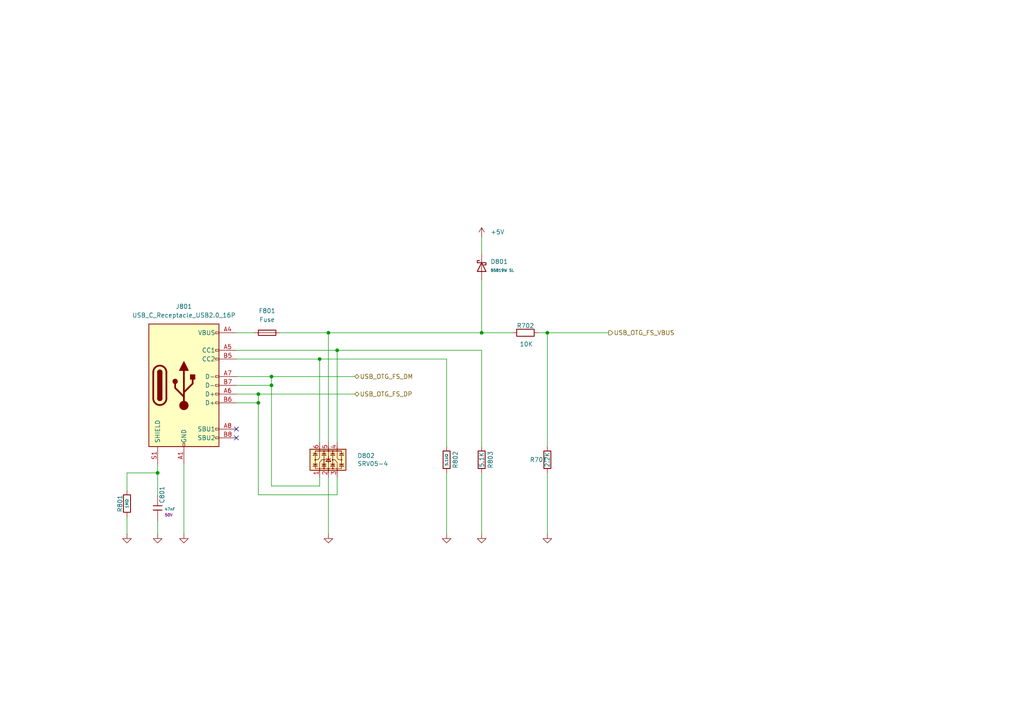
<source format=kicad_sch>
(kicad_sch (version 20250114) (generator "eeschema") (generator_version "9.0")
  (paper "A4")
  (title_block (title "l8"))
  (lib_symbols
    (symbol "Device:R" (pin_numbers (hide yes)) (pin_names (offset 0))
      (property "Reference" "R" (at 2.032 0 90))
      (property "Value" "R" (at 0 0 90))
      (symbol "R_0_1"
        (rectangle (start -1.016 -2.54) (end 1.016 2.54) (stroke (width 0.254)))
      )
      (symbol "R_1_1"
        (pin passive line (at 0 3.81 270) (length 1.27) (name "~") (number "1"))
        (pin passive line (at 0 -3.81 90) (length 1.27) (name "~") (number "2"))
      )
    )
    (symbol "PCM_JLCPCB-Capacitors:0603,47nF" (pin_numbers (hide yes)) (pin_names (offset 0))
      (property "Reference" "C" (at 2.032 1.668 0))
      (property "Value" "47nF" (at 2.032 -0.3782 0))
      (property "Voltage Rated" "50V" (at 2.032 -2.0462 0))
      (symbol "0603,47nF_0_1"
        (polyline (pts (xy -1.27 0.635) (xy 1.27 0.635)) (stroke (width 0.254)))
        (polyline (pts (xy -1.27 -0.635) (xy 1.27 -0.635)) (stroke (width 0.254)))
      )
      (symbol "0603,47nF_1_1"
        (pin passive line (at 0 3.81 270) (length 3.175) (name "~") (number "1"))
        (pin passive line (at 0 -3.81 90) (length 3.175) (name "~") (number "2"))
      )
    )
    (symbol "PCM_JLCPCB-Diodes:Schottky,B5819W SL" (pin_numbers (hide yes)) (pin_names (offset 0))
      (property "Reference" "D" (at 2.032 0.834 0))
      (property "Value" "B5819W SL" (at 2.032 -1.2122 0))
      (symbol "Schottky,B5819W SL_0_1"
        (polyline (pts (xy -1.27 1.27) (xy 0 -1.27) (xy 1.27 1.27) (xy -1.27 1.27)) (stroke (width 0.254)))
        (polyline (pts (xy 0.635 -1.905) (xy 1.27 -1.905) (xy 1.27 -1.27) (xy -1.27 -1.27) (xy -1.27 -0.635) (xy -0.635 -0.635)) (stroke (width 0.254)))
      )
      (symbol "Schottky,B5819W SL_1_1"
        (pin passive line (at 0 3.81 270) (length 3.81) (name "~") (number "2"))
        (pin passive line (at 0 -3.81 90) (length 3.81) (name "~") (number "1"))
      )
    )
    (symbol "PCM_JLCPCB-Resistors:0603,1MΩ" (pin_numbers (hide yes)) (pin_names (offset 0))
      (property "Reference" "R" (at 1.778 0 0))
      (property "Value" "1MΩ" (at 0 0 90))
      (symbol "0603,1MΩ_0_1"
        (rectangle (start -1.016 2.54) (end 1.016 -2.54) (stroke (width 0.254)))
      )
      (symbol "0603,1MΩ_1_1"
        (pin passive line (at 0 3.81 270) (length 1.27) (name "~") (number "1"))
        (pin passive line (at 0 -3.81 90) (length 1.27) (name "~") (number "2"))
      )
    )
    (symbol "PCM_JLCPCB-Resistors:0603,5.1kΩ" (pin_numbers (hide yes)) (pin_names (offset 0))
      (property "Reference" "R" (at 1.778 0 0))
      (property "Value" "5.1kΩ" (at 0 0 90))
      (symbol "0603,5.1kΩ_0_1"
        (rectangle (start -1.016 2.54) (end 1.016 -2.54) (stroke (width 0.254)))
      )
      (symbol "0603,5.1kΩ_1_1"
        (pin passive line (at 0 3.81 270) (length 1.27) (name "~") (number "1"))
        (pin passive line (at 0 -3.81 90) (length 1.27) (name "~") (number "2"))
      )
    )
    (symbol "dnt_global:Fuse_16V_500mA_100A_1A_150mΩ_0805_PTC_Resettable_Fuses_ROHS" (pin_numbers (hide yes)) (pin_names (offset 0))
      (property "Reference" "F1" (at 6.35 0 90))
      (property "Value" "Fuse_16V_500mA_100A_1A_150mΩ_0805_PTC_Resettable_Fuses_ROHS" (at 3.81 0 90))
      (symbol "Fuse_16V_500mA_100A_1A_150mΩ_0805_PTC_Resettable_Fuses_ROHS_0_1"
        (rectangle (start -0.762 -2.54) (end 0.762 2.54) (stroke (width 0.254)))
        (polyline (pts (xy 0 2.54) (xy 0 -2.54)))
      )
      (symbol "Fuse_16V_500mA_100A_1A_150mΩ_0805_PTC_Resettable_Fuses_ROHS_1_1"
        (pin passive line (at 0 3.81 270) (length 1.27) (name "~") (number "1"))
        (pin passive line (at 0 -3.81 90) (length 1.27) (name "~") (number "2"))
      )
    )
    (symbol "dnt_global:NUP4202"
      (property "Reference" "D10" (at 8.382 1.1684 0))
      (property "Value" "SRV05-4" (at 8.382 -1.143 0))
      (symbol "NUP4202_0_1"
        (rectangle (start -5.334 3.048) (end 5.08 -3.048) (stroke (width 0.254)) (fill (type background)))
        (polyline (pts (xy -4.445 1.905) (xy -3.175 1.905)))
        (polyline (pts (xy -4.445 1.27) (xy -3.175 1.27) (xy -3.81 1.905) (xy -4.445 1.27)))
        (polyline (pts (xy -4.445 -1.27) (xy -3.175 -1.27)))
        (polyline (pts (xy -4.445 -1.27) (xy -3.175 -1.27)))
        (polyline (pts (xy -4.445 -1.905) (xy -3.175 -1.905) (xy -3.81 -1.27) (xy -4.445 -1.905)))
        (polyline (pts (xy -3.81 2.54) (xy 3.81 2.54)))
        (polyline (pts (xy -3.81 2.54) (xy 3.81 2.54)))
        (polyline (pts (xy -3.81 0.635) (xy -3.81 2.54)))
        (circle (center -3.81 0) (radius 0.127))
        (circle (center -3.81 0) (radius 0.127))
        (polyline (pts (xy -3.81 -0.635) (xy -3.81 0.635)))
        (polyline (pts (xy -3.81 -2.54) (xy -3.81 -0.635)))
        (polyline (pts (xy -3.81 -2.54) (xy 3.81 -2.54)))
        (polyline (pts (xy -2.54 3.81) (xy -2.54 0.635) (xy -3.048 0) (xy -3.937 0)))
        (polyline (pts (xy -2.54 -3.81) (xy -2.54 -0.762) (xy -1.905 0) (xy -1.27 0)))
        (polyline (pts (xy -1.905 1.905) (xy -0.635 1.905)))
        (polyline (pts (xy -1.905 1.27) (xy -0.635 1.27) (xy -1.27 1.905) (xy -1.905 1.27)))
        (polyline (pts (xy -1.905 -1.27) (xy -0.635 -1.27)))
        (polyline (pts (xy -1.905 -1.27) (xy -0.635 -1.27)))
        (polyline (pts (xy -1.905 -1.905) (xy -0.635 -1.905) (xy -1.27 -1.27) (xy -1.905 -1.905)))
        (circle (center -1.27 2.54) (radius 0.127))
        (circle (center -1.27 2.54) (radius 0.127))
        (polyline (pts (xy -1.27 0.635) (xy -1.27 2.54)))
        (polyline (pts (xy -1.27 0.635) (xy -1.27 -0.635)))
        (circle (center -1.27 0) (radius 0.127))
        (circle (center -1.27 0) (radius 0.127))
        (circle (center -1.27 -2.54) (radius 0.127))
        (circle (center -1.27 -2.54) (radius 0.127))
        (polyline (pts (xy -1.27 -2.54) (xy -1.27 -0.635)))
        (polyline (pts (xy -1.27 -2.54) (xy -1.27 -0.635)))
        (polyline (pts (xy -0.762 -0.508) (xy 0.762 -0.508) (xy 0 0.254) (xy -0.762 -0.508)))
        (polyline (pts (xy -0.762 -0.508) (xy 0.762 -0.508) (xy 0 0.254) (xy -0.762 -0.508)))
        (circle (center 0 2.54) (radius 0.127))
        (circle (center 0 2.54) (radius 0.127))
        (polyline (pts (xy 0 1.016) (xy 0 3.81)))
        (polyline (pts (xy 0 -0.889) (xy 0 1.016)))
        (polyline (pts (xy 0 -0.889) (xy 0 1.016)))
        (polyline (pts (xy 0 -0.889) (xy 0 -3.81)))
        (circle (center 0 -2.54) (radius 0.127))
        (circle (center 0 -2.54) (radius 0.127))
        (polyline (pts (xy 0.635 1.905) (xy 1.905 1.905)))
        (polyline (pts (xy 0.635 1.27) (xy 1.905 1.27) (xy 1.27 1.905) (xy 0.635 1.27)))
        (polyline (pts (xy 0.635 -1.27) (xy 1.905 -1.27)))
        (polyline (pts (xy 0.635 -1.27) (xy 1.905 -1.27)))
        (polyline (pts (xy 0.635 -1.905) (xy 1.905 -1.905) (xy 1.27 -1.27) (xy 0.635 -1.905)))
        (polyline (pts (xy 0.762 0.254) (xy -0.762 0.254) (xy -0.762 0)))
        (circle (center 1.27 2.54) (radius 0.127))
        (circle (center 1.27 2.54) (radius 0.127))
        (polyline (pts (xy 1.27 0.635) (xy 1.27 2.54)))
        (polyline (pts (xy 1.27 0.635) (xy 1.27 -0.635)))
        (circle (center 1.27 0) (radius 0.127))
        (circle (center 1.27 0) (radius 0.127))
        (polyline (pts (xy 1.27 -2.54) (xy 1.27 -0.635)))
        (polyline (pts (xy 1.27 -2.54) (xy 1.27 -0.635)))
        (circle (center 1.27 -2.54) (radius 0.127))
        (circle (center 1.27 -2.54) (radius 0.127))
        (polyline (pts (xy 2.54 3.81) (xy 2.54 0.508) (xy 2.921 0) (xy 3.81 0)))
        (polyline (pts (xy 2.54 -3.81) (xy 2.54 -0.762) (xy 1.905 0) (xy 1.143 0)))
        (polyline (pts (xy 3.175 1.905) (xy 4.445 1.905)))
        (polyline (pts (xy 3.175 1.27) (xy 4.445 1.27) (xy 3.81 1.905) (xy 3.175 1.27)))
        (polyline (pts (xy 3.175 -1.27) (xy 4.445 -1.27)))
        (polyline (pts (xy 3.175 -1.27) (xy 4.445 -1.27)))
        (polyline (pts (xy 3.175 -1.905) (xy 4.445 -1.905) (xy 3.81 -1.27) (xy 3.175 -1.905)))
        (polyline (pts (xy 3.81 0.635) (xy 3.81 2.54)))
        (polyline (pts (xy 3.81 0.635) (xy 3.81 -0.635)))
        (circle (center 3.81 0) (radius 0.127))
        (circle (center 3.81 0) (radius 0.127))
        (polyline (pts (xy 3.81 -2.54) (xy 3.81 -0.635)))
      )
      (symbol "NUP4202_1_1"
        (pin passive line (at -2.54 5.08 270) (length 2.54) (name "~") (number "6"))
        (pin passive line (at -2.54 -5.08 90) (length 2.54) (name "~") (number "1"))
        (pin passive line (at 0 5.08 270) (length 2.54) (name "~") (number "5"))
        (pin passive line (at 0 -5.08 90) (length 2.54) (name "~") (number "2"))
        (pin passive line (at 2.54 5.08 270) (length 2.54) (name "~") (number "4"))
        (pin passive line (at 2.54 -5.08 90) (length 2.54) (name "~") (number "3"))
      )
    )
    (symbol "dnt_global:USB_C_Receptacle_USB2.0_16P-GT-USB-7051A" (pin_names (offset 1.016))
      (property "Reference" "J" (at 0 22.225 0))
      (property "Value" "USB_C_Receptacle_USB2.0_16P-GT-USB-7051A" (at 0 19.685 0))
      (symbol "USB_C_Receptacle_USB2.0_16P-GT-USB-7051A_0_0"
        (rectangle (start -0.254 -17.78) (end 0.254 -16.764))
        (rectangle (start 10.16 15.494) (end 9.144 14.986))
        (rectangle (start 10.16 10.414) (end 9.144 9.906))
        (rectangle (start 10.16 7.874) (end 9.144 7.366))
        (rectangle (start 10.16 2.794) (end 9.144 2.286))
        (rectangle (start 10.16 0.254) (end 9.144 -0.254))
        (rectangle (start 10.16 -2.286) (end 9.144 -2.794))
        (rectangle (start 10.16 -4.826) (end 9.144 -5.334))
        (rectangle (start 10.16 -12.446) (end 9.144 -12.954))
        (rectangle (start 10.16 -14.986) (end 9.144 -15.494))
      )
      (symbol "USB_C_Receptacle_USB2.0_16P-GT-USB-7051A_0_1"
        (rectangle (start -10.16 17.78) (end 10.16 -17.78) (stroke (width 0.254)) (fill (type background)))
        (polyline (pts (xy -8.89 -3.81) (xy -8.89 3.81)) (stroke (width 0.508)))
        (rectangle (start -7.62 -3.81) (end -6.35 3.81) (stroke (width 0.254)) (fill (type outline)))
        (arc (start -7.62 3.81) (mid -6.985 4.4423) (end -6.35 3.81) (stroke (width 0.254)))
        (arc (start -7.62 3.81) (mid -6.985 4.4423) (end -6.35 3.81) (stroke (width 0.254)) (fill (type outline)))
        (arc (start -8.89 3.81) (mid -6.985 5.7067) (end -5.08 3.81) (stroke (width 0.508)))
        (arc (start -5.08 -3.81) (mid -6.985 -5.7067) (end -8.89 -3.81) (stroke (width 0.508)))
        (arc (start -6.35 -3.81) (mid -6.985 -4.4423) (end -7.62 -3.81) (stroke (width 0.254)))
        (arc (start -6.35 -3.81) (mid -6.985 -4.4423) (end -7.62 -3.81) (stroke (width 0.254)) (fill (type outline)))
        (polyline (pts (xy -5.08 3.81) (xy -5.08 -3.81)) (stroke (width 0.508)))
        (circle (center -2.54 1.143) (radius 0.635) (stroke (width 0.254)) (fill (type outline)))
        (polyline (pts (xy -1.27 4.318) (xy 0 6.858) (xy 1.27 4.318) (xy -1.27 4.318)) (stroke (width 0.254)) (fill (type outline)))
        (polyline (pts (xy 0 -2.032) (xy 2.54 0.508) (xy 2.54 1.778)) (stroke (width 0.508)))
        (polyline (pts (xy 0 -3.302) (xy -2.54 -0.762) (xy -2.54 0.508)) (stroke (width 0.508)))
        (polyline (pts (xy 0 -5.842) (xy 0 4.318)) (stroke (width 0.508)))
        (circle (center 0 -5.842) (radius 1.27) (fill (type outline)))
        (rectangle (start 1.905 1.778) (end 3.175 3.048) (stroke (width 0.254)) (fill (type outline)))
      )
      (symbol "USB_C_Receptacle_USB2.0_16P-GT-USB-7051A_1_1"
        (pin passive line (at -7.62 -22.86 90) (length 5.08) (name "SHIELD") (number "S1"))
        (pin passive line (at 0 -22.86 90) (length 5.08) (name "GND") (number "A1"))
        (pin passive line (at 0 -22.86 90) (length 5.08) (hide yes) (name "GND") (number "A12"))
        (pin passive line (at 0 -22.86 90) (length 5.08) (hide yes) (name "GND") (number "B1"))
        (pin passive line (at 0 -22.86 90) (length 5.08) (hide yes) (name "GND") (number "B12"))
        (pin passive line (at 15.24 15.24 180) (length 5.08) (name "VBUS") (number "A4"))
        (pin passive line (at 15.24 15.24 180) (length 5.08) (hide yes) (name "VBUS") (number "A9"))
        (pin passive line (at 15.24 15.24 180) (length 5.08) (hide yes) (name "VBUS") (number "B4"))
        (pin passive line (at 15.24 15.24 180) (length 5.08) (hide yes) (name "VBUS") (number "B9"))
        (pin bidirectional line (at 15.24 10.16 180) (length 5.08) (name "CC1") (number "A5"))
        (pin bidirectional line (at 15.24 7.62 180) (length 5.08) (name "CC2") (number "B5"))
        (pin bidirectional line (at 15.24 2.54 180) (length 5.08) (name "D-") (number "A7"))
        (pin bidirectional line (at 15.24 0 180) (length 5.08) (name "D-") (number "B7"))
        (pin bidirectional line (at 15.24 -2.54 180) (length 5.08) (name "D+") (number "A6"))
        (pin bidirectional line (at 15.24 -5.08 180) (length 5.08) (name "D+") (number "B6"))
        (pin bidirectional line (at 15.24 -12.7 180) (length 5.08) (name "SBU1") (number "A8"))
        (pin bidirectional line (at 15.24 -15.24 180) (length 5.08) (name "SBU2") (number "B8"))
      )
    )
    (symbol "power:+5V" (power) (pin_numbers (hide yes)) (pin_names (offset 0) (hide yes))
      (property "Value" "+5V" (at 0 3.556 0))
      (symbol "+5V_0_1"
        (polyline (pts (xy -0.762 1.27) (xy 0 2.54)))
        (polyline (pts (xy 0 2.54) (xy 0.762 1.27)))
        (polyline (pts (xy 0 0) (xy 0 2.54)))
      )
      (symbol "+5V_1_1"
        (pin power_in line (at 0 0 90) (length 0) (name "~") (number "1"))
      )
    )
    (symbol "power:GND" (power) (pin_numbers (hide yes)) (pin_names (offset 0) (hide yes))
      (property "Value" "GND" (at 0 -3.81 0))
      (symbol "GND_0_1"
        (polyline (pts (xy 0 0) (xy 0 -1.27) (xy 1.27 -1.27) (xy 0 -2.54) (xy -1.27 -1.27) (xy 0 -1.27)))
      )
      (symbol "GND_1_1"
        (pin power_in line (at 0 0 270) (length 0) (name "~") (number "1"))
      )
    )
  )
  (junction (at 74.93 114.3))
  (junction (at 158.75 96.52))
  (junction (at 92.71 104.14))
  (junction (at 97.79 101.6))
  (junction (at 95.25 96.52))
  (junction (at 78.74 111.76))
  (junction (at 74.93 116.84))
  (junction (at 45.72 137.16))
  (junction (at 78.74 109.22))
  (junction (at 139.7 96.52))
  (no_connect (at 68.58 124.46))
  (no_connect (at 68.58 127))
  (wire (pts (xy 156.21 96.52) (xy 158.75 96.52)))
  (wire (pts (xy 74.93 114.3) (xy 74.93 116.84)))
  (wire (pts (xy 68.58 104.14) (xy 92.71 104.14)))
  (wire (pts (xy 95.25 96.52) (xy 95.25 128.27)))
  (wire (pts (xy 36.83 137.16) (xy 36.83 142.24)))
  (wire (pts (xy 97.79 143.51) (xy 74.93 143.51)))
  (wire (pts (xy 68.58 111.76) (xy 78.74 111.76)))
  (wire (pts (xy 74.93 116.84) (xy 74.93 143.51)))
  (wire (pts (xy 53.34 134.62) (xy 53.34 154.94)))
  (wire (pts (xy 97.79 101.6) (xy 97.79 128.27)))
  (wire (pts (xy 139.7 137.16) (xy 139.7 154.94)))
  (wire (pts (xy 92.71 138.43) (xy 92.71 140.97)))
  (wire (pts (xy 45.72 134.62) (xy 45.72 137.16)))
  (wire (pts (xy 74.93 114.3) (xy 102.87 114.3)))
  (wire (pts (xy 92.71 104.14) (xy 129.54 104.14)))
  (wire (pts (xy 68.58 109.22) (xy 78.74 109.22)))
  (wire (pts (xy 139.7 101.6) (xy 139.7 129.54)))
  (wire (pts (xy 139.7 96.52) (xy 148.59 96.52)))
  (wire (pts (xy 129.54 137.16) (xy 129.54 154.94)))
  (wire (pts (xy 139.7 81.28) (xy 139.7 96.52)))
  (wire (pts (xy 78.74 109.22) (xy 78.74 111.76)))
  (wire (pts (xy 139.7 68.58) (xy 139.7 73.66)))
  (wire (pts (xy 129.54 104.14) (xy 129.54 129.54)))
  (wire (pts (xy 45.72 151.13) (xy 45.72 154.94)))
  (wire (pts (xy 97.79 138.43) (xy 97.79 143.51)))
  (wire (pts (xy 92.71 128.27) (xy 92.71 104.14)))
  (wire (pts (xy 45.72 137.16) (xy 45.72 143.51)))
  (wire (pts (xy 78.74 109.22) (xy 102.87 109.22)))
  (wire (pts (xy 158.75 96.52) (xy 176.53 96.52)))
  (wire (pts (xy 36.83 149.86) (xy 36.83 154.94)))
  (wire (pts (xy 92.71 140.97) (xy 78.74 140.97)))
  (wire (pts (xy 68.58 114.3) (xy 74.93 114.3)))
  (wire (pts (xy 36.83 137.16) (xy 45.72 137.16)))
  (wire (pts (xy 68.58 96.52) (xy 73.66 96.52)))
  (wire (pts (xy 68.58 116.84) (xy 74.93 116.84)))
  (wire (pts (xy 95.25 96.52) (xy 139.7 96.52)))
  (wire (pts (xy 78.74 111.76) (xy 78.74 140.97)))
  (wire (pts (xy 95.25 138.43) (xy 95.25 154.94)))
  (wire (pts (xy 158.75 154.94) (xy 158.75 137.16)))
  (wire (pts (xy 68.58 101.6) (xy 97.79 101.6)))
  (wire (pts (xy 158.75 96.52) (xy 158.75 129.54)))
  (wire (pts (xy 81.28 96.52) (xy 95.25 96.52)))
  (wire (pts (xy 97.79 101.6) (xy 139.7 101.6)))
  (hierarchical_label "USB_OTG_FS_DP" (shape bidirectional) (at 102.87 114.3 0))
  (hierarchical_label "USB_OTG_FS_VBUS" (shape output) (at 176.53 96.52 0))
  (hierarchical_label "USB_OTG_FS_DM" (shape bidirectional) (at 102.87 109.22 0))
  (symbol (lib_id "dnt_global:NUP4202") (at 95.25 133.35 0) (unit 1)
    (property "Reference" "D802" (at 103.632 132.1816 0) (effects (justify left)))
    (property "Value" "SRV05-4" (at 103.632 134.493 0) (effects (justify left)))
    (property "Footprint" "Package_TO_SOT_SMD:SOT-23-6" (effects (hide yes)))
    (property "Datasheet" "http://www.onsemi.com/pub_link/Collateral/NUP4202W1-D.PDF" (effects (hide yes)))
    (property "Description" "4.5A@8/20us 12V 60W@8/20us 9V SOT-23-6 TVS Diodes ROHS" (effects (hide yes)))
    (property "LCSC" "C2836319" (effects (hide yes)))
    (property "JLCPCB Rotation Offset" "90" (effects (hide yes)))
  )
  (symbol (lib_id "dnt_global:Fuse_16V_500mA_100A_1A_150mΩ_0805_PTC_Resettable_Fuses_ROHS") (at 77.47 96.52 90) (unit 1)
    (property "Reference" "F801" (at 77.47 90.17 90))
    (property "Value" "Fuse" (at 77.47 92.71 90))
    (property "Footprint" "Fuse:Fuse_0805_2012Metric" (effects (hide yes)))
    (property "Description" "Fuse" (effects (hide yes)))
    (property "LCSC" "C2833485" (effects (hide yes)))
  )
  (symbol (lib_id "power:GND") (at 36.83 154.94 0) (unit 1)
    (property "Reference" "#PWR0801" (effects (hide yes)))
    (property "Value" "GND" (effects (hide yes)))
    (property "Description" "Power symbol creates a global label with name \"GND\" , ground" (effects (hide yes)))
  )
  (symbol (lib_id "Device:R") (at 158.75 133.35 180) (unit 1)
    (property "Reference" "R701" (at 156.21 133.35 0))
    (property "Value" "2.2K" (at 158.75 133.35 90))
    (property "Footprint" "Resistor_SMD:R_0603_1608Metric" (effects (hide yes)))
    (property "Description" "Resistor" (effects (hide yes)))
    (property "LCSC" "C4190" (effects (hide yes)))
  )
  (symbol (lib_id "power:GND") (at 158.75 154.94 0) (unit 1)
    (property "Reference" "#PWR0808" (effects (hide yes)))
    (property "Value" "GND" (effects (hide yes)))
    (property "Description" "Power symbol creates a global label with name \"GND\" , ground" (effects (hide yes)))
  )
  (symbol (lib_id "power:GND") (at 45.72 154.94 0) (unit 1)
    (property "Reference" "#PWR0802" (effects (hide yes)))
    (property "Value" "GND" (effects (hide yes)))
    (property "Description" "Power symbol creates a global label with name \"GND\" , ground" (effects (hide yes)))
  )
  (symbol (lib_id "PCM_JLCPCB-Resistors:0603,1MΩ") (at 36.83 146.05 0) (mirror y) (unit 1)
    (property "Reference" "R801" (at 34.798 146.05 90))
    (property "Value" "1MΩ" (at 36.83 146.05 90) (effects (font (size 0.8 0.8))))
    (property "Footprint" "PCM_JLCPCB:R_0603" (effects (hide yes)))
    (property "Datasheet" "https://www.lcsc.com/datasheet/lcsc_datasheet_2206010130_UNI-ROYAL-Uniroyal-Elec-0603WAF1004T5E_C22935.pdf" (effects (hide yes)))
    (property "Description" "100mW Thick Film Resistors 75V ±100ppm/°C ±1% 1MΩ 0603 Chip Resistor - Surface Mount ROHS" (effects (hide yes)))
    (property "LCSC" "C22935" (effects (hide yes)))
    (property "Stock" "3961571" (effects (hide yes)))
    (property "Price" "0.004USD" (effects (hide yes)))
    (property "Process" "SMT" (effects (hide yes)))
    (property "Minimum Qty" "20" (effects (hide yes)))
    (property "Attrition Qty" "10" (effects (hide yes)))
    (property "Class" "Basic Component" (effects (hide yes)))
    (property "Category" "Resistors,Chip Resistor - Surface Mount" (effects (hide yes)))
    (property "Manufacturer" "UNI-ROYAL(Uniroyal Elec)" (effects (hide yes)))
    (property "Part" "0603WAF1004T5E" (effects (hide yes)))
    (property "Resistance" "1MΩ" (effects (hide yes)))
    (property "Power(Watts)" "100mW" (effects (hide yes)))
    (property "Type" "Thick Film Resistors" (effects (hide yes)))
    (property "Overload Voltage (Max)" "75V" (effects (hide yes)))
    (property "Operating Temperature Range" "-55°C~+155°C" (effects (hide yes)))
    (property "Tolerance" "±1%" (effects (hide yes)))
    (property "Temperature Coefficient" "±100ppm/°C" (effects (hide yes)))
  )
  (symbol (lib_id "PCM_JLCPCB-Resistors:0603,5.1kΩ") (at 129.54 133.35 0) (mirror x) (unit 1)
    (property "Reference" "R802" (at 132.08 133.35 90))
    (property "Value" "5.1kΩ" (at 129.54 133.35 90) (effects (font (size 0.8 0.8))))
    (property "Footprint" "PCM_JLCPCB:R_0603" (effects (hide yes)))
    (property "Datasheet" "https://www.lcsc.com/datasheet/lcsc_datasheet_2206010116_UNI-ROYAL-Uniroyal-Elec-0603WAF5101T5E_C23186.pdf" (effects (hide yes)))
    (property "Description" "100mW Thick Film Resistors 75V ±100ppm/°C ±1% 5.1kΩ 0603 Chip Resistor - Surface Mount ROHS" (effects (hide yes)))
    (property "LCSC" "C23186" (effects (hide yes)))
    (property "Stock" "9223405" (effects (hide yes)))
    (property "Price" "0.004USD" (effects (hide yes)))
    (property "Process" "SMT" (effects (hide yes)))
    (property "Minimum Qty" "20" (effects (hide yes)))
    (property "Attrition Qty" "10" (effects (hide yes)))
    (property "Class" "Basic Component" (effects (hide yes)))
    (property "Category" "Resistors,Chip Resistor - Surface Mount" (effects (hide yes)))
    (property "Manufacturer" "UNI-ROYAL(Uniroyal Elec)" (effects (hide yes)))
    (property "Part" "0603WAF5101T5E" (effects (hide yes)))
    (property "Resistance" "5.1kΩ" (effects (hide yes)))
    (property "Power(Watts)" "100mW" (effects (hide yes)))
    (property "Type" "Thick Film Resistors" (effects (hide yes)))
    (property "Overload Voltage (Max)" "75V" (effects (hide yes)))
    (property "Operating Temperature Range" "-55°C~+155°C" (effects (hide yes)))
    (property "Tolerance" "±1%" (effects (hide yes)))
    (property "Temperature Coefficient" "±100ppm/°C" (effects (hide yes)))
  )
  (symbol (lib_id "Device:R") (at 152.4 96.52 270) (mirror x) (unit 1)
    (property "Reference" "R702" (at 152.4 94.488 90))
    (property "Value" "10K" (at 152.654 99.822 90))
    (property "Footprint" "Resistor_SMD:R_0603_1608Metric" (effects (hide yes)))
    (property "Description" "Resistor" (effects (hide yes)))
    (property "LCSC" "C25804" (effects (hide yes)))
  )
  (symbol (lib_id "PCM_JLCPCB-Diodes:Schottky,B5819W SL") (at 139.7 77.47 180) (unit 1)
    (property "Reference" "D801" (at 142.24 75.8824 0) (effects (justify right)))
    (property "Value" "B5819W SL" (at 142.24 78.4225 0) (effects (font (size 0.8 0.8)) (justify right)))
    (property "Footprint" "PCM_JLCPCB:D_SOD-123" (effects (hide yes)))
    (property "Datasheet" "https://www.lcsc.com/datasheet/lcsc_datasheet_2304140030_Jiangsu-Changjing-Electronics-Technology-Co---Ltd--B5819W-SL_C8598.pdf" (effects (hide yes)))
    (property "Description" "40V 600mV@1A 1A SOD-123 Schottky Diodes ROHS" (effects (hide yes)))
    (property "LCSC" "C8598" (effects (hide yes)))
    (property "Stock" "668909" (effects (hide yes)))
    (property "Price" "0.024USD" (effects (hide yes)))
    (property "Process" "SMT" (effects (hide yes)))
    (property "Minimum Qty" "20" (effects (hide yes)))
    (property "Attrition Qty" "8" (effects (hide yes)))
    (property "Class" "Basic Component" (effects (hide yes)))
    (property "Category" "Diodes,Schottky Barrier Diodes (SBD)" (effects (hide yes)))
    (property "Manufacturer" "Changjiang Electronics Tech (CJ)" (effects (hide yes)))
    (property "Part" "B5819W SL" (effects (hide yes)))
    (property "Rectified Current" "1A" (effects (hide yes)))
    (property "Forward Voltage (Vf@If)" "600mV@1A" (effects (hide yes)))
    (property "Reverse Voltage (Vr)" "40V" (effects (hide yes)))
  )
  (symbol (lib_id "power:+5V") (at 139.7 68.58 0) (unit 1)
    (property "Reference" "#PWR0804" (effects (hide yes)))
    (property "Value" "+5V" (at 142.24 67.3099 0) (effects (justify left)))
    (property "Description" "Power symbol creates a global label with name \"+5V\"" (effects (hide yes)))
  )
  (symbol (lib_id "power:GND") (at 95.25 154.94 0) (unit 1)
    (property "Reference" "#PWR0805" (effects (hide yes)))
    (property "Value" "GND" (effects (hide yes)))
    (property "Description" "Power symbol creates a global label with name \"GND\" , ground" (effects (hide yes)))
  )
  (symbol (lib_id "Device:R") (at 139.7 133.35 0) (mirror x) (unit 1)
    (property "Reference" "R803" (at 142.24 133.35 90))
    (property "Value" "5.1K" (at 139.7 133.35 90))
    (property "Footprint" "PCM_JLCPCB:R_0603" (effects (hide yes)))
    (property "Datasheet" "https://www.lcsc.com/datasheet/lcsc_datasheet_2206010116_UNI-ROYAL-Uniroyal-Elec-0603WAF5101T5E_C23186.pdf" (effects (hide yes)))
    (property "Description" "Resistor" (effects (hide yes)))
    (property "LCSC" "C23186" (effects (hide yes)))
  )
  (symbol (lib_id "dnt_global:USB_C_Receptacle_USB2.0_16P-GT-USB-7051A") (at 53.34 111.76 0) (unit 1)
    (property "Reference" "J801" (at 53.34 88.9 0))
    (property "Value" "USB_C_Receptacle_USB2.0_16P" (at 53.34 91.44 0))
    (property "Footprint" "Connector_USB:USB_C_Receptacle_G-Switch_GT-USB-7051x" (effects (hide yes)))
    (property "Datasheet" "https://jlcpcb.com/api/file/downloadByFileSystemAccessId/8588944427586342912" (effects (hide yes)))
    (property "Description" "USB 2.0-only 16P Type-C Receptacle connector" (effects (hide yes)))
    (property "LCSC" "C2843970" (effects (hide yes)))
  )
  (symbol (lib_id "power:GND") (at 139.7 154.94 0) (unit 1)
    (property "Reference" "#PWR0807" (effects (hide yes)))
    (property "Value" "GND" (effects (hide yes)))
    (property "Description" "Power symbol creates a global label with name \"GND\" , ground" (effects (hide yes)))
  )
  (symbol (lib_id "power:GND") (at 129.54 154.94 0) (unit 1)
    (property "Reference" "#PWR0806" (effects (hide yes)))
    (property "Value" "GND" (effects (hide yes)))
    (property "Description" "Power symbol creates a global label with name \"GND\" , ground" (effects (hide yes)))
  )
  (symbol (lib_id "PCM_JLCPCB-Capacitors:0603,47nF") (at 45.72 147.32 0) (unit 1)
    (property "Reference" "C801" (at 46.99 146.05 90) (effects (justify left)))
    (property "Value" "47nF" (at 47.752 147.6982 0) (effects (font (size 0.8 0.8)) (justify left)))
    (property "Footprint" "PCM_JLCPCB:C_0603" (effects (hide yes)))
    (property "Datasheet" "https://www.lcsc.com/datasheet/lcsc_datasheet_2304140030_Samsung-Electro-Mechanics-CL10B473KB8NNNC_C1622.pdf" (effects (hide yes)))
    (property "Description" "50V 47nF X7R ±10% 0603 Multilayer Ceramic Capacitors MLCC - SMD/SMT ROHS" (effects (hide yes)))
    (property "LCSC" "C1622" (effects (hide yes)))
    (property "Stock" "366842" (effects (hide yes)))
    (property "Price" "0.008USD" (effects (hide yes)))
    (property "Process" "SMT" (effects (hide yes)))
    (property "Minimum Qty" "20" (effects (hide yes)))
    (property "Attrition Qty" "10" (effects (hide yes)))
    (property "Class" "Basic Component" (effects (hide yes)))
    (property "Category" "Capacitors,Multilayer Ceramic Capacitors MLCC - SMD/SMT" (effects (hide yes)))
    (property "Manufacturer" "Samsung Electro-Mechanics" (effects (hide yes)))
    (property "Part" "CL10B473KB8NNNC" (effects (hide yes)))
    (property "Voltage Rated" "50V" (at 47.752 149.3662 0) (effects (font (size 0.8 0.8)) (justify left)))
    (property "Tolerance" "±10%" (effects (hide yes)))
    (property "Capacitance" "47nF" (effects (hide yes)))
    (property "Temperature Coefficient" "X7R" (effects (hide yes)))
  )
  (symbol (lib_id "power:GND") (at 53.34 154.94 0) (unit 1)
    (property "Reference" "#PWR0803" (effects (hide yes)))
    (property "Value" "GND" (effects (hide yes)))
    (property "Description" "Power symbol creates a global label with name \"GND\" , ground" (effects (hide yes)))
  )
)
</source>
